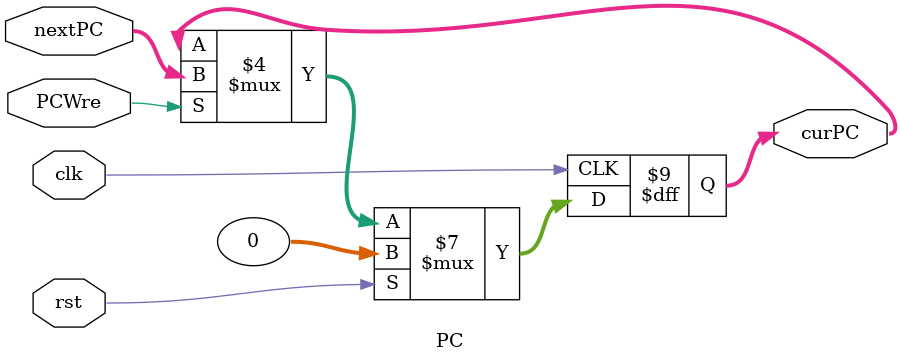
<source format=v>
`timescale 1ns / 1ps


module PC(
       input clk,rst,
       input PCWre,             //ÊÇ·ñ½ÓÊÜÐÂµÄµØÖ·¡£0-²»¸ü¸Ä£»1-¿ÉÒÔ¸ü¸Ä
       //input [1:0] PCSrc,             //Êý¾ÝÑ¡ÔñÆ÷ÊäÈë
       input [31:0] nextPC,  //ÐÂÖ¸ÁîµØÖ·
       output reg [31:0] curPC //µ±Ç°Ö¸ÁîµÄµØÖ·
    );

    initial begin
        curPC <= 32'b0;
    end

    always@(posedge clk)
    begin
        if(rst)
            begin
                curPC <= 32'b0;
            end
        else 
            begin
                if(PCWre) // PCWre == 1
                    begin 
                        curPC <= nextPC;
                    end
                else    // PCWre == 0, halt
                    begin
                        curPC <= curPC;
                    end
            end
    end
endmodule

</source>
